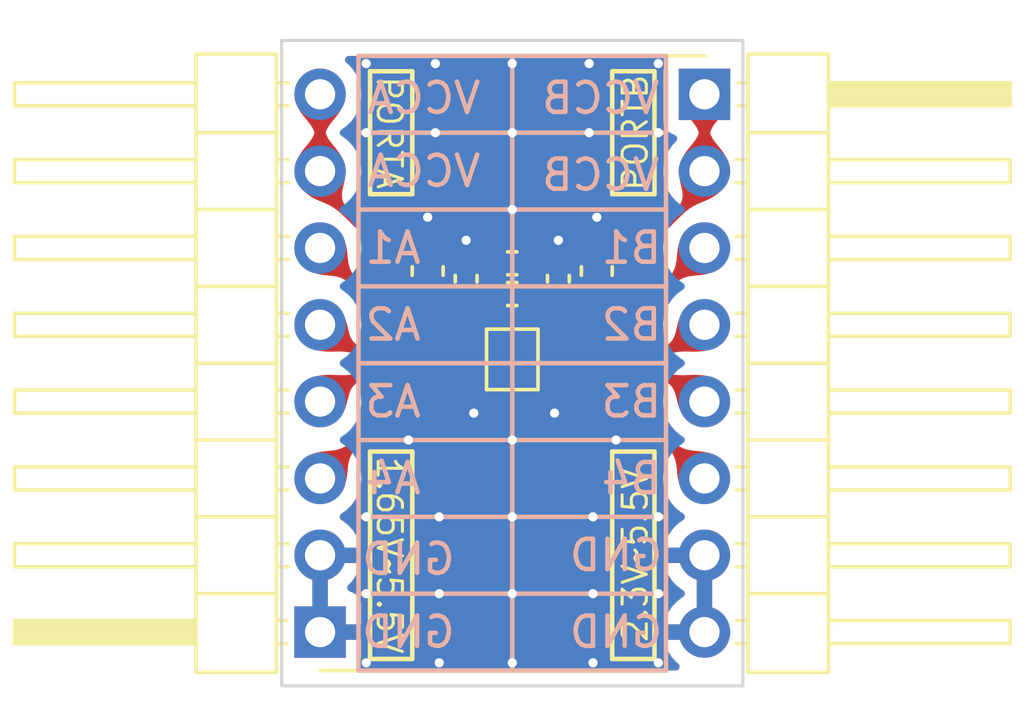
<source format=kicad_pcb>
(kicad_pcb (version 20211014) (generator pcbnew)
  (layers (0 "F.Cu" signal) (31 "B.Cu" signal) (34 "B.Paste" user) (35 "F.Paste" user) (36 "B.SilkS" user "B.Silkscreen") (37 "F.SilkS" user "F.Silkscreen") (38 "B.Mask" user) (39 "F.Mask" user) (44 "Edge.Cuts" user))
  (net 0 "")
  (net 1 "Net-(C1-Pad1)")
  (net 2 "GND")
  (net 3 "Net-(C3-Pad1)")
  (net 4 "Net-(J2-Pad3)")
  (net 5 "Net-(J2-Pad4)")
  (net 6 "Net-(J2-Pad5)")
  (net 7 "Net-(J2-Pad6)")
  (net 8 "Net-(R1-Pad2)")
  (net 9 "Net-(U1-Pad5)")
  (net 10 "Net-(U1-Pad4)")
  (net 11 "Net-(U1-Pad3)")
  (net 12 "Net-(U1-Pad2)")
  (footprint "Resistor_SMD:R_0402_1005Metric" (layer "F.Cu") (at 139.7 98.298 180)
    (fp_text reference "R2" hide)
    (fp_text value "NC")
    (fp_line (start -0.153641 0.38) (end 0.153641 0.38) (layer "F.SilkS") (width 0.12))
    (fp_line (start -0.153641 -0.38) (end 0.153641 -0.38) (layer "F.SilkS") (width 0.12))
    (pad "1" smd roundrect (at -0.51 0 180) (size 0.54 0.64) (layers "F.Cu" "F.Paste" "F.Mask") (net 8 "Net-(R1-Pad2)"))
    (pad "2" smd roundrect (at 0.51 0 180) (size 0.54 0.64) (layers "F.Cu" "F.Paste" "F.Mask") (net 2 "GND"))
  )
  (footprint "Capacitor_SMD:C_0603_1608Metric" (layer "F.Cu") (at 136.906 98.552 90)
    (fp_text reference "C1" hide)
    (fp_text value "1uF")
    (fp_line (start -0.14058 -0.51) (end 0.14058 -0.51) (layer "F.SilkS") (width 0.12))
    (fp_line (start -0.14058 0.51) (end 0.14058 0.51) (layer "F.SilkS") (width 0.12))
    (pad "1" smd roundrect (at -0.775 0 90) (size 0.9 0.95) (layers "F.Cu" "F.Paste" "F.Mask") (net 1 "Net-(C1-Pad1)"))
    (pad "2" smd roundrect (at 0.775 0 90) (size 0.9 0.95) (layers "F.Cu" "F.Paste" "F.Mask") (net 2 "GND"))
  )
  (footprint "Capacitor_SMD:C_0402_1005Metric" (layer "F.Cu") (at 138.176 98.806 90)
    (fp_text reference "C2" hide)
    (fp_text value "100nF")
    (fp_line (start -0.107836 0.36) (end 0.107836 0.36) (layer "F.SilkS") (width 0.12))
    (fp_line (start -0.107836 -0.36) (end 0.107836 -0.36) (layer "F.SilkS") (width 0.12))
    (pad "1" smd roundrect (at -0.48 0 90) (size 0.56 0.62) (layers "F.Cu" "F.Paste" "F.Mask") (net 1 "Net-(C1-Pad1)"))
    (pad "2" smd roundrect (at 0.48 0 90) (size 0.56 0.62) (layers "F.Cu" "F.Paste" "F.Mask") (net 2 "GND"))
  )
  (footprint "Connector_PinHeader_2.54mm:PinHeader_1x08_P2.54mm_Horizontal" (layer "F.Cu") (at 146.05 92.71)
    (fp_text reference "J2" hide)
    (fp_text value "PORTB")
    (fp_line (start 1.042929 15.62) (end 1.44 15.62) (layer "F.SilkS") (width 0.12))
    (fp_line (start 1.11 0.38) (end 1.44 0.38) (layer "F.SilkS") (width 0.12))
    (fp_line (start 10.1 12.32) (end 10.1 13.08) (layer "F.SilkS") (width 0.12))
    (fp_line (start 10.1 2.92) (end 4.1 2.92) (layer "F.SilkS") (width 0.12))
    (fp_line (start 10.1 15.62) (end 4.1 15.62) (layer "F.SilkS") (width 0.12))
    (fp_line (start 4.1 17.4) (end 10.1 17.4) (layer "F.SilkS") (width 0.12))
    (fp_line (start 10.1 17.4) (end 10.1 18.16) (layer "F.SilkS") (width 0.12))
    (fp_line (start 10.1 -0.38) (end 10.1 0.38) (layer "F.SilkS") (width 0.12))
    (fp_line (start 4.1 -0.38) (end 10.1 -0.38) (layer "F.SilkS") (width 0.12))
    (fp_line (start 10.1 7.24) (end 10.1 8) (layer "F.SilkS") (width 0.12))
    (fp_line (start 1.11 -0.38) (end 1.44 -0.38) (layer "F.SilkS") (width 0.12))
    (fp_line (start 4.1 -0.08) (end 10.1 -0.08) (layer "F.SilkS") (width 0.12))
    (fp_line (start 1.042929 12.32) (end 1.44 12.32) (layer "F.SilkS") (width 0.12))
    (fp_line (start 1.042929 14.86) (end 1.44 14.86) (layer "F.SilkS") (width 0.12))
    (fp_line (start 4.1 2.16) (end 10.1 2.16) (layer "F.SilkS") (width 0.12))
    (fp_line (start 1.44 1.27) (end 4.1 1.27) (layer "F.SilkS") (width 0.12))
    (fp_line (start 4.1 -0.2) (end 10.1 -0.2) (layer "F.SilkS") (width 0.12))
    (fp_line (start 1.042929 2.92) (end 1.44 2.92) (layer "F.SilkS") (width 0.12))
    (fp_line (start 10.1 18.16) (end 4.1 18.16) (layer "F.SilkS") (width 0.12))
    (fp_line (start 1.042929 4.7) (end 1.44 4.7) (layer "F.SilkS") (width 0.12))
    (fp_line (start 4.1 -0.32) (end 10.1 -0.32) (layer "F.SilkS") (width 0.12))
    (fp_line (start 1.44 8.89) (end 4.1 8.89) (layer "F.SilkS") (width 0.12))
    (fp_line (start 10.1 9.78) (end 10.1 10.54) (layer "F.SilkS") (width 0.12))
    (fp_line (start 10.1 13.08) (end 4.1 13.08) (layer "F.SilkS") (width 0.12))
    (fp_line (start 10.1 8) (end 4.1 8) (layer "F.SilkS") (width 0.12))
    (fp_line (start 4.1 0.16) (end 10.1 0.16) (layer "F.SilkS") (width 0.12))
    (fp_line (start 1.042929 9.78) (end 1.44 9.78) (layer "F.SilkS") (width 0.12))
    (fp_line (start 1.042929 5.46) (end 1.44 5.46) (layer "F.SilkS") (width 0.12))
    (fp_line (start 4.1 -1.33) (end 1.44 -1.33) (layer "F.SilkS") (width 0.12))
    (fp_line (start 1.042929 8) (end 1.44 8) (layer "F.SilkS") (width 0.12))
    (fp_line (start 1.042929 7.24) (end 1.44 7.24) (layer "F.SilkS") (width 0.12))
    (fp_line (start 1.042929 2.16) (end 1.44 2.16) (layer "F.SilkS") (width 0.12))
    (fp_line (start 1.042929 10.54) (end 1.44 10.54) (layer "F.SilkS") (width 0.12))
    (fp_line (start 4.1 9.78) (end 10.1 9.78) (layer "F.SilkS") (width 0.12))
    (fp_line (start 10.1 10.54) (end 4.1 10.54) (layer "F.SilkS") (width 0.12))
    (fp_line (start 1.042929 18.16) (end 1.44 18.16) (layer "F.SilkS") (width 0.12))
    (fp_line (start 1.44 3.81) (end 4.1 3.81) (layer "F.SilkS") (width 0.12))
    (fp_line (start 1.44 19.11) (end 4.1 19.11) (layer "F.SilkS") (width 0.12))
    (fp_line (start 4.1 14.86) (end 10.1 14.86) (layer "F.SilkS") (width 0.12))
    (fp_line (start 4.1 7.24) (end 10.1 7.24) (layer "F.SilkS") (width 0.12))
    (fp_line (start 10.1 0.38) (end 4.1 0.38) (layer "F.SilkS") (width 0.12))
    (fp_line (start 1.042929 17.4) (end 1.44 17.4) (layer "F.SilkS") (width 0.12))
    (fp_line (start 4.1 0.28) (end 10.1 0.28) (layer "F.SilkS") (width 0.12))
    (fp_line (start 1.44 -1.33) (end 1.44 19.11) (layer "F.SilkS") (width 0.12))
    (fp_line (start 10.1 2.16) (end 10.1 2.92) (layer "F.SilkS") (width 0.12))
    (fp_line (start 10.1 4.7) (end 10.1 5.46) (layer "F.SilkS") (width 0.12))
    (fp_line (start -1.27 0) (end -1.27 -1.27) (layer "F.SilkS") (width 0.12))
    (fp_line (start 4.1 12.32) (end 10.1 12.32) (layer "F.SilkS") (width 0.12))
    (fp_line (start 4.1 4.7) (end 10.1 4.7) (layer "F.SilkS") (width 0.12))
    (fp_line (start 10.1 5.46) (end 4.1 5.46) (layer "F.SilkS") (width 0.12))
    (fp_line (start 4.1 19.11) (end 4.1 -1.33) (layer "F.SilkS") (width 0.12))
    (fp_line (start 1.44 11.43) (end 4.1 11.43) (layer "F.SilkS") (width 0.12))
    (fp_line (start 1.44 16.51) (end 4.1 16.51) (layer "F.SilkS") (width 0.12))
    (fp_line (start 1.44 6.35) (end 4.1 6.35) (layer "F.SilkS") (width 0.12))
    (fp_line (start 10.1 14.86) (end 10.1 15.62) (layer "F.SilkS") (width 0.12))
    (fp_line (start 4.1 0.04) (end 10.1 0.04) (layer "F.SilkS") (width 0.12))
    (fp_line (start 1.042929 13.08) (end 1.44 13.08) (layer "F.SilkS") (width 0.12))
    (fp_line (start 1.44 13.97) (end 4.1 13.97) (layer "F.SilkS") (width 0.12))
    (fp_line (start -1.27 -1.27) (end 0 -1.27) (layer "F.SilkS") (width 0.12))
    (pad "1" thru_hole rect (at 0 0) (size 1.7 1.7) (drill 1) (layers *.Cu *.Mask) (net 3 "Net-(C3-Pad1)"))
    (pad "2" thru_hole oval (at 0 2.54) (size 1.7 1.7) (drill 1) (layers *.Cu *.Mask) (net 3 "Net-(C3-Pad1)"))
    (pad "3" thru_hole oval (at 0 5.08) (size 1.7 1.7) (drill 1) (layers *.Cu *.Mask) (net 4 "Net-(J2-Pad3)"))
    (pad "4" thru_hole oval (at 0 7.62) (size 1.7 1.7) (drill 1) (layers *.Cu *.Mask) (net 5 "Net-(J2-Pad4)"))
    (pad "5" thru_hole oval (at 0 10.16) (size 1.7 1.7) (drill 1) (layers *.Cu *.Mask) (net 6 "Net-(J2-Pad5)"))
    (pad "6" thru_hole oval (at 0 12.7) (size 1.7 1.7) (drill 1) (layers *.Cu *.Mask) (net 7 "Net-(J2-Pad6)"))
    (pad "7" thru_hole oval (at 0 15.24) (size 1.7 1.7) (drill 1) (layers *.Cu *.Mask) (net 2 "GND"))
    (pad "8" thru_hole oval (at 0 17.78) (size 1.7 1.7) (drill 1) (layers *.Cu *.Mask) (net 2 "GND"))
  )
  (footprint "convertor:QFN2x1.7-12L" (layer "F.Cu") (at 139.7 101.473)
    (fp_text reference "U1" hide)
    (fp_text value "RS0104YUTQH12")
    (fp_line (start 0.85 -1) (end 0.85 1) (layer "F.SilkS") (width 0.12))
    (fp_line (start -0.85 -1) (end 0.85 -1) (layer "F.SilkS") (width 0.12))
    (fp_line (start -0.85 1) (end 0.85 1) (layer "F.SilkS") (width 0.12))
    (fp_line (start -0.85 -1) (end -0.85 1) (layer "F.SilkS") (width 0.12))
    (pad "1" smd roundrect (at -0.85 -0.8) (size 0.825 0.25) (layers "F.Cu" "F.Paste" "F.Mask") (net 1 "Net-(C1-Pad1)"))
    (pad "2" smd roundrect (at -0.85 -0.4) (size 0.825 0.25) (layers "F.Cu" "F.Paste" "F.Mask") (net 12 "Net-(U1-Pad2)"))
    (pad "3" smd roundrect (at -0.85 0) (size 0.825 0.25) (layers "F.Cu" "F.Paste" "F.Mask") (net 11 "Net-(U1-Pad3)"))
    (pad "4" smd roundrect (at -0.85 0.4) (size 0.825 0.25) (layers "F.Cu" "F.Paste" "F.Mask") (net 10 "Net-(U1-Pad4)"))
    (pad "5" smd roundrect (at -0.85 0.8) (size 0.825 0.25) (layers "F.Cu" "F.Paste" "F.Mask") (net 9 "Net-(U1-Pad5)"))
    (pad "6" smd roundrect (at 0 1 90) (size 0.825 0.25) (layers "F.Cu" "F.Paste" "F.Mask") (net 2 "GND"))
    (pad "7" smd roundrect (at 0.85 0.8) (size 0.825 0.25) (layers "F.Cu" "F.Paste" "F.Mask") (net 7 "Net-(J2-Pad6)"))
    (pad "8" smd roundrect (at 0.85 0.4) (size 0.825 0.25) (layers "F.Cu" "F.Paste" "F.Mask") (net 6 "Net-(J2-Pad5)"))
    (pad "9" smd roundrect (at 0.85 0) (size 0.825 0.25) (layers "F.Cu" "F.Paste" "F.Mask") (net 5 "Net-(J2-Pad4)"))
    (pad "10" smd roundrect (at 0.85 -0.4) (size 0.825 0.25) (layers "F.Cu" "F.Paste" "F.Mask") (net 4 "Net-(J2-Pad3)"))
    (pad "11" smd roundrect (at 0.85 -0.8) (size 0.825 0.25) (layers "F.Cu" "F.Paste" "F.Mask") (net 3 "Net-(C3-Pad1)"))
    (pad "12" smd roundrect (at 0 -1 90) (size 0.825 0.25) (layers "F.Cu" "F.Paste" "F.Mask") (net 8 "Net-(R1-Pad2)"))
  )
  (footprint "Capacitor_SMD:C_0603_1608Metric" (layer "F.Cu") (at 142.494 98.552 90)
    (fp_text reference "C4" hide)
    (fp_text value "1uF")
    (fp_line (start -0.14058 0.51) (end 0.14058 0.51) (layer "F.SilkS") (width 0.12))
    (fp_line (start -0.14058 -0.51) (end 0.14058 -0.51) (layer "F.SilkS") (width 0.12))
    (pad "1" smd roundrect (at -0.775 0 90) (size 0.9 0.95) (layers "F.Cu" "F.Paste" "F.Mask") (net 3 "Net-(C3-Pad1)"))
    (pad "2" smd roundrect (at 0.775 0 90) (size 0.9 0.95) (layers "F.Cu" "F.Paste" "F.Mask") (net 2 "GND"))
  )
  (footprint "Resistor_SMD:R_0402_1005Metric" (layer "F.Cu") (at 139.7 99.314)
    (fp_text reference "R1" hide)
    (fp_text value "NC")
    (fp_line (start -0.153641 -0.38) (end 0.153641 -0.38) (layer "F.SilkS") (width 0.12))
    (fp_line (start -0.153641 0.38) (end 0.153641 0.38) (layer "F.SilkS") (width 0.12))
    (pad "1" smd roundrect (at -0.51 0) (size 0.54 0.64) (layers "F.Cu" "F.Paste" "F.Mask") (net 1 "Net-(C1-Pad1)"))
    (pad "2" smd roundrect (at 0.51 0) (size 0.54 0.64) (layers "F.Cu" "F.Paste" "F.Mask") (net 8 "Net-(R1-Pad2)"))
  )
  (footprint "Connector_PinHeader_2.54mm:PinHeader_1x08_P2.54mm_Horizontal" (layer "F.Cu") (at 133.35 110.49 180)
    (fp_text reference "J1" hide)
    (fp_text value "PORTA")
    (fp_line (start 1.44 16.51) (end 4.1 16.51) (layer "F.SilkS") (width 0.12))
    (fp_line (start 1.042929 8) (end 1.44 8) (layer "F.SilkS") (width 0.12))
    (fp_line (start 10.1 10.54) (end 4.1 10.54) (layer "F.SilkS") (width 0.12))
    (fp_line (start 10.1 -0.38) (end 10.1 0.38) (layer "F.SilkS") (width 0.12))
    (fp_line (start 4.1 -0.38) (end 10.1 -0.38) (layer "F.SilkS") (width 0.12))
    (fp_line (start 4.1 2.16) (end 10.1 2.16) (layer "F.SilkS") (width 0.12))
    (fp_line (start 10.1 2.16) (end 10.1 2.92) (layer "F.SilkS") (width 0.12))
    (fp_line (start 1.44 11.43) (end 4.1 11.43) (layer "F.SilkS") (width 0.12))
    (fp_line (start 10.1 15.62) (end 4.1 15.62) (layer "F.SilkS") (width 0.12))
    (fp_line (start 4.1 -0.32) (end 10.1 -0.32) (layer "F.SilkS") (width 0.12))
    (fp_line (start 10.1 8) (end 4.1 8) (layer "F.SilkS") (width 0.12))
    (fp_line (start 1.042929 9.78) (end 1.44 9.78) (layer "F.SilkS") (width 0.12))
    (fp_line (start 4.1 -0.08) (end 10.1 -0.08) (layer "F.SilkS") (width 0.12))
    (fp_line (start 4.1 9.78) (end 10.1 9.78) (layer "F.SilkS") (width 0.12))
    (fp_line (start 4.1 19.11) (end 4.1 -1.33) (layer "F.SilkS") (width 0.12))
    (fp_line (start 1.44 8.89) (end 4.1 8.89) (layer "F.SilkS") (width 0.12))
    (fp_line (start 4.1 -0.2) (end 10.1 -0.2) (layer "F.SilkS") (width 0.12))
    (fp_line (start 4.1 -1.33) (end 1.44 -1.33) (layer "F.SilkS") (width 0.12))
    (fp_line (start 4.1 12.32) (end 10.1 12.32) (layer "F.SilkS") (width 0.12))
    (fp_line (start 1.042929 13.08) (end 1.44 13.08) (layer "F.SilkS") (width 0.12))
    (fp_line (start 1.042929 12.32) (end 1.44 12.32) (layer "F.SilkS") (width 0.12))
    (fp_line (start 10.1 5.46) (end 4.1 5.46) (layer "F.SilkS") (width 0.12))
    (fp_line (start 1.44 1.27) (end 4.1 1.27) (layer "F.SilkS") (width 0.12))
    (fp_line (start -1.27 -1.27) (end 0 -1.27) (layer "F.SilkS") (width 0.12))
    (fp_line (start 4.1 0.16) (end 10.1 0.16) (layer "F.SilkS") (width 0.12))
    (fp_line (start 1.042929 2.16) (end 1.44 2.16) (layer "F.SilkS") (width 0.12))
    (fp_line (start 10.1 2.92) (end 4.1 2.92) (layer "F.SilkS") (width 0.12))
    (fp_line (start 1.44 19.11) (end 4.1 19.11) (layer "F.SilkS") (width 0.12))
    (fp_line (start 10.1 13.08) (end 4.1 13.08) (layer "F.SilkS") (width 0.12))
    (fp_line (start 1.042929 4.7) (end 1.44 4.7) (layer "F.SilkS") (width 0.12))
    (fp_line (start 1.042929 5.46) (end 1.44 5.46) (layer "F.SilkS") (width 0.12))
    (fp_line (start 1.44 13.97) (end 4.1 13.97) (layer "F.SilkS") (width 0.12))
    (fp_line (start 10.1 12.32) (end 10.1 13.08) (layer "F.SilkS") (width 0.12))
    (fp_line (start 4.1 7.24) (end 10.1 7.24) (layer "F.SilkS") (width 0.12))
    (fp_line (start -1.27 0) (end -1.27 -1.27) (layer "F.SilkS") (width 0.12))
    (fp_line (start 4.1 4.7) (end 10.1 4.7) (layer "F.SilkS") (width 0.12))
    (fp_line (start 1.042929 15.62) (end 1.44 15.62) (layer "F.SilkS") (width 0.12))
    (fp_line (start 1.44 6.35) (end 4.1 6.35) (layer "F.SilkS") (width 0.12))
    (fp_line (start 10.1 14.86) (end 10.1 15.62) (layer "F.SilkS") (width 0.12))
    (fp_line (start 1.042929 17.4) (end 1.44 17.4) (layer "F.SilkS") (width 0.12))
    (fp_line (start 1.042929 7.24) (end 1.44 7.24) (layer "F.SilkS") (width 0.12))
    (fp_line (start 1.042929 2.92) (end 1.44 2.92) (layer "F.SilkS") (width 0.12))
    (fp_line (start 1.44 3.81) (end 4.1 3.81) (layer "F.SilkS") (width 0.12))
    (fp_line (start 4.1 0.04) (end 10.1 0.04) (layer "F.SilkS") (width 0.12))
    (fp_line (start 10.1 9.78) (end 10.1 10.54) (layer "F.SilkS") (width 0.12))
    (fp_line (start 1.042929 14.86) (end 1.44 14.86) (layer "F.SilkS") (width 0.12))
    (fp_line (start 1.042929 10.54) (end 1.44 10.54) (layer "F.SilkS") (width 0.12))
    (fp_line (start 10.1 18.16) (end 4.1 18.16) (layer "F.SilkS") (width 0.12))
    (fp_line (start 4.1 14.86) (end 10.1 14.86) (layer "F.SilkS") (width 0.12))
    (fp_line (start 1.44 -1.33) (end 1.44 19.11) (layer "F.SilkS") (width 0.12))
    (fp_line (start 4.1 17.4) (end 10.1 17.4) (layer "F.SilkS") (width 0.12))
    (fp_line (start 1.042929 18.16) (end 1.44 18.16) (layer "F.SilkS") (width 0.12))
    (fp_line (start 10.1 0.38) (end 4.1 0.38) (layer "F.SilkS") (width 0.12))
    (fp_line (start 10.1 4.7) (end 10.1 5.46) (layer "F.SilkS") (width 0.12))
    (fp_line (start 1.11 0.38) (end 1.44 0.38) (layer "F.SilkS") (width 0.12))
    (fp_line (start 4.1 0.28) (end 10.1 0.28) (layer "F.SilkS") (width 0.12))
    (fp_line (start 1.11 -0.38) (end 1.44 -0.38) (layer "F.SilkS") (width 0.12))
    (fp_line (start 10.1 17.4) (end 10.1 18.16) (layer "F.SilkS") (width 0.12))
    (fp_line (start 10.1 7.24) (end 10.1 8) (layer "F.SilkS") (width 0.12))
    (pad "1" thru_hole rect (at 0 0 180) (size 1.7 1.7) (drill 1) (layers *.Cu *.Mask) (net 2 "GND"))
    (pad "2" thru_hole oval (at 0 2.54 180) (size 1.7 1.7) (drill 1) (layers *.Cu *.Mask) (net 2 "GND"))
    (pad "3" thru_hole oval (at 0 5.08 180) (size 1.7 1.7) (drill 1) (layers *.Cu *.Mask) (net 9 "Net-(U1-Pad5)"))
    (pad "4" thru_hole oval (at 0 7.62 180) (size 1.7 1.7) (drill 1) (layers *.Cu *.Mask) (net 10 "Net-(U1-Pad4)"))
    (pad "5" thru_hole oval (at 0 10.16 180) (size 1.7 1.7) (drill 1) (layers *.Cu *.Mask) (net 11 "Net-(U1-Pad3)"))
    (pad "6" thru_hole oval (at 0 12.7 180) (size 1.7 1.7) (drill 1) (layers *.Cu *.Mask) (net 12 "Net-(U1-Pad2)"))
    (pad "7" thru_hole oval (at 0 15.24 180) (size 1.7 1.7) (drill 1) (layers *.Cu *.Mask) (net 1 "Net-(C1-Pad1)"))
    (pad "8" thru_hole oval (at 0 17.78 180) (size 1.7 1.7) (drill 1) (layers *.Cu *.Mask) (net 1 "Net-(C1-Pad1)"))
  )
  (footprint "Capacitor_SMD:C_0402_1005Metric" (layer "F.Cu") (at 141.224 98.806 90)
    (fp_text reference "C3" hide)
    (fp_text value "100nF")
    (fp_line (start -0.107836 -0.36) (end 0.107836 -0.36) (layer "F.SilkS") (width 0.12))
    (fp_line (start -0.107836 0.36) (end 0.107836 0.36) (layer "F.SilkS") (width 0.12))
    (pad "1" smd roundrect (at -0.48 0 90) (size 0.56 0.62) (layers "F.Cu" "F.Paste" "F.Mask") (net 3 "Net-(C3-Pad1)"))
    (pad "2" smd roundrect (at 0.48 0 90) (size 0.56 0.62) (layers "F.Cu" "F.Paste" "F.Mask") (net 2 "GND"))
  )
  (gr_line (start 134.62 99.06) (end 144.78 99.06) (layer "B.SilkS") (width 0.15))
  (gr_line (start 134.62 96.52) (end 144.78 96.52) (layer "B.SilkS") (width 0.15))
  (gr_line (start 134.62 93.98) (end 144.78 93.98) (layer "B.SilkS") (width 0.15))
  (gr_line (start 134.62 106.68) (end 144.78 106.68) (layer "B.SilkS") (width 0.15))
  (gr_line (start 144.78 111.76) (end 144.78 91.44) (layer "B.SilkS") (width 0.15))
  (gr_line (start 139.7 91.44) (end 139.7 111.76) (layer "B.SilkS") (width 0.15))
  (gr_line (start 134.62 101.6) (end 144.78 101.6) (layer "B.SilkS") (width 0.15))
  (gr_line (start 134.62 91.44) (end 144.78 91.44) (layer "B.SilkS") (width 0.15))
  (gr_line (start 134.62 109.22) (end 144.78 109.22) (layer "B.SilkS") (width 0.15))
  (gr_line (start 134.62 111.76) (end 134.62 91.44) (layer "B.SilkS") (width 0.15))
  (gr_line (start 134.62 111.76) (end 144.78 111.76) (layer "B.SilkS") (width 0.15))
  (gr_line (start 134.62 104.14) (end 144.78 104.14) (layer "B.SilkS") (width 0.15))
  (gr_line (start 136.398 91.948) (end 136.398 96.012) (layer "F.SilkS") (width 0.15))
  (gr_line (start 143.002 104.521) (end 144.399 104.521) (layer "F.SilkS") (width 0.15))
  (gr_line (start 144.399 96.012) (end 143.002 96.012) (layer "F.SilkS") (width 0.15))
  (gr_line (start 143.002 96.012) (end 143.002 91.948) (layer "F.SilkS") (width 0.15))
  (gr_line (start 144.399 111.379) (end 144.399 104.521) (layer "F.SilkS") (width 0.15))
  (gr_line (start 135.001 104.521) (end 136.398 104.521) (layer "F.SilkS") (width 0.15))
  (gr_line (start 136.398 96.012) (end 135.001 96.012) (layer "F.SilkS") (width 0.15))
  (gr_line (start 136.398 111.379) (end 136.398 104.521) (layer "F.SilkS") (width 0.15))
  (gr_line (start 135.001 91.948) (end 136.398 91.948) (layer "F.SilkS") (width 0.15))
  (gr_line (start 144.399 111.379) (end 143.002 111.379) (layer "F.SilkS") (width 0.15))
  (gr_line (start 136.398 111.379) (end 135.001 111.379) (layer "F.SilkS") (width 0.15))
  (gr_line (start 135.001 96.012) (end 135.001 91.948) (layer "F.SilkS") (width 0.15))
  (gr_line (start 144.399 91.948) (end 144.399 96.012) (layer "F.SilkS") (width 0.15))
  (gr_line (start 143.002 104.521) (end 143.002 111.379) (layer "F.SilkS") (width 0.15))
  (gr_line (start 143.002 91.948) (end 144.399 91.948) (layer "F.SilkS") (width 0.15))
  (gr_line (start 135.001 104.521) (end 135.001 111.379) (layer "F.SilkS") (width 0.15))
  (gr_line (start 147.32 112.268) (end 132.08 112.268) (layer "Edge.Cuts") (width 0.1))
  (gr_line (start 147.32 90.932) (end 147.32 112.268) (layer "Edge.Cuts") (width 0.1))
  (gr_line (start 132.08 112.268) (end 132.08 90.932) (layer "Edge.Cuts") (width 0.1))
  (gr_line (start 132.08 90.932) (end 147.32 90.932) (layer "Edge.Cuts") (width 0.1))
  (gr_text "B3" (at 143.637 102.87) (layer "B.SilkS") (effects (font (size 1 1)) (justify mirror)))
  (gr_text "GND" (at 143.129 110.49) (layer "B.SilkS") (effects (font (size 1 1)) (justify mirror)))
  (gr_text "B2" (at 143.637 100.33) (layer "B.SilkS") (effects (font (size 1 1)) (justify mirror)))
  (gr_text "GND" (at 136.271 110.49) (layer "B.SilkS") (effects (font (size 1 1)) (justify mirror)))
  (gr_text "GND" (at 136.271 108.077) (layer "B.SilkS") (effects (font (size 1 1)) (justify mirror)))
  (gr_text "A2" (at 135.763 100.33) (layer "B.SilkS") (effects (font (size 1 1)) (justify mirror)))
  (gr_text "VCCA" (at 136.779 95.25) (layer "B.SilkS") (effects (font (size 1 1)) (justify mirror)))
  (gr_text "VCCB" (at 142.621 95.377) (layer "B.SilkS") (effects (font (size 1 1)) (justify mirror)))
  (gr_text "A3" (at 135.763 102.87) (layer "B.SilkS") (effects (font (size 1 1)) (justify mirror)))
  (gr_text "B4" (at 143.637 105.41) (layer "B.SilkS") (effects (font (size 1 1)) (justify mirror)))
  (gr_text "VCCB" (at 142.621 92.837) (layer "B.SilkS") (effects (font (size 1 1)) (justify mirror)))
  (gr_text "GND" (at 143.129 107.95) (layer "B.SilkS") (effects (font (size 1 1)) (justify mirror)))
  (gr_text "A4" (at 135.763 105.41) (layer "B.SilkS") (effects (font (size 1 1)) (justify mirror)))
  (gr_text "VCCA" (at 136.779 92.837) (layer "B.SilkS") (effects (font (size 1 1)) (justify mirror)))
  (gr_text "B1" (at 143.637 97.79) (layer "B.SilkS") (effects (font (size 1 1)) (justify mirror)))
  (gr_text "A1" (at 135.763 97.79) (layer "B.SilkS") (effects (font (size 1 1)) (justify mirror)))
  (gr_text "PORTB" (at 143.764 93.98 90) (layer "F.SilkS") (effects (font (size 0.8 0.8) (thickness 0.1))))
  (gr_text "1.65V~5.5V" (at 135.636 107.95 270) (layer "F.SilkS") (effects (font (size 0.8 0.8) (thickness 0.1))))
  (gr_text "2.3V~5.5V" (at 143.764 107.95 90) (layer "F.SilkS") (effects (font (size 0.8 0.8) (thickness 0.1))))
  (gr_text "PORTA" (at 135.636 93.98 270) (layer "F.SilkS") (effects (font (size 0.8 0.8) (thickness 0.1))))
  (segment (start 139.162 99.286) (end 139.19 99.314) (width 0.254) (layer "F.Cu") (net 1))
  (segment (start 138.85 100.673) (end 138.517865 100.673) (width 0.254) (layer "F.Cu") (net 1))
  (segment (start 136.919 99.314) (end 136.906 99.327) (width 0.254) (layer "F.Cu") (net 1))
  (segment (start 133.35 95.25) (end 133.35 92.71) (width 0.254) (layer "F.Cu") (net 1))
  (segment (start 133.35 95.771) (end 133.35 95.25) (width 0.254) (layer "F.Cu") (net 1))
  (segment (start 138.176 100.277395) (end 138.176 99.286) (width 0.254) (layer "F.Cu") (net 1))
  (segment (start 138.135 99.327) (end 138.176 99.286) (width 0.254) (layer "F.Cu") (net 1))
  (segment (start 136.906 99.327) (end 133.35 95.771) (width 0.254) (layer "F.Cu") (net 1))
  (segment (start 139.19 99.314) (end 136.919 99.314) (width 0.254) (layer "F.Cu") (net 1))
  (arc (start 138.517865 100.673) (mid 138.401581 100.64987) (end 138.303 100.584) (width 0.254) (layer "F.Cu") (net 1))
  (arc (start 138.303 100.584) (mid 138.209006 100.443329) (end 138.176 100.277395) (width 0.254) (layer "F.Cu") (net 1))
  (via (at 141.224 97.536) (size 0.508) (drill 0.3048) (layers "F.Cu" "B.Cu") (net 2))
  (via (at 136.271 104.14) (size 0.508) (drill 0.3048) (layers "F.Cu" "B.Cu") (net 2))
  (via (at 137.287 109.22) (size 0.508) (drill 0.3048) (layers "F.Cu" "B.Cu") (net 2))
  (via (at 137.287 111.506) (size 0.508) (drill 0.3048) (layers "F.Cu" "B.Cu") (net 2))
  (via (at 142.367 109.22) (size 0.508) (drill 0.3048) (layers "F.Cu" "B.Cu") (net 2))
  (via (at 142.24 91.694) (size 0.508) (drill 0.3048) (layers "F.Cu" "B.Cu") (net 2))
  (via (at 144.526 93.98) (size 0.508) (drill 0.3048) (layers "F.Cu" "B.Cu") (net 2))
  (via (at 137.287 106.68) (size 0.508) (drill 0.3048) (layers "F.Cu" "B.Cu") (net 2))
  (via (at 141.097 103.251) (size 0.508) (drill 0.3048) (layers "F.Cu" "B.Cu") (net 2))
  (via (at 137.16 93.98) (size 0.508) (drill 0.3048) (layers "F.Cu" "B.Cu") (net 2))
  (via (at 142.24 93.98) (size 0.508) (drill 0.3048) (layers "F.Cu" "B.Cu") (net 2))
  (via (at 134.874 109.22) (size 0.508) (drill 0.3048) (layers "F.Cu" "B.Cu") (net 2))
  (via (at 142.367 111.506) (size 0.508) (drill 0.3048) (layers "F.Cu" "B.Cu") (net 2))
  (via (at 139.7 109.22) (size 0.508) (drill 0.3048) (layers "F.Cu" "B.Cu") (net 2))
  (via (at 134.874 111.506) (size 0.508) (drill 0.3048) (layers "F.Cu" "B.Cu") (net 2))
  (via (at 136.906 96.774) (size 0.508) (drill 0.3048) (layers "F.Cu" "B.Cu") (net 2))
  (via (at 139.7 104.14) (size 0.508) (drill 0.3048) (layers "F.Cu" "B.Cu") (net 2))
  (via (at 134.874 93.98) (size 0.508) (drill 0.3048) (layers "F.Cu" "B.Cu") (net 2))
  (via (at 138.43 103.251) (size 0.508) (drill 0.3048) (layers "F.Cu" "B.Cu") (net 2))
  (via (at 144.526 91.694) (size 0.508) (drill 0.3048) (layers "F.Cu" "B.Cu") (net 2))
  (via (at 134.874 91.694) (size 0.508) (drill 0.3048) (layers "F.Cu" "B.Cu") (net 2))
  (via (at 134.874 106.68) (size 0.508) (drill 0.3048) (layers "F.Cu" "B.Cu") (net 2))
  (via (at 139.7 91.694) (size 0.508) (drill 0.3048) (layers "F.Cu" "B.Cu") (net 2))
  (via (at 139.7 96.52) (size 0.508) (drill 0.3048) (layers "F.Cu" "B.Cu") (net 2))
  (via (at 144.526 106.68) (size 0.508) (drill 0.3048) (layers "F.Cu" "B.Cu") (net 2))
  (via (at 144.526 109.22) (size 0.508) (drill 0.3048) (layers "F.Cu" "B.Cu") (net 2))
  (via (at 142.494 96.774) (size 0.508) (drill 0.3048) (layers "F.Cu" "B.Cu") (net 2))
  (via (at 138.176 97.536) (size 0.508) (drill 0.3048) (layers "F.Cu" "B.Cu") (net 2))
  (via (at 144.526 111.506) (size 0.508) (drill 0.3048) (layers "F.Cu" "B.Cu") (net 2))
  (via (at 139.7 111.506) (size 0.508) (drill 0.3048) (layers "F.Cu" "B.Cu") (net 2))
  (via (at 143.129 104.14) (size 0.508) (drill 0.3048) (layers "F.Cu" "B.Cu") (net 2))
  (via (at 137.16 91.694) (size 0.508) (drill 0.3048) (layers "F.Cu" "B.Cu") (net 2))
  (via (at 142.367 106.68) (size 0.508) (drill 0.3048) (layers "F.Cu" "B.Cu") (net 2))
  (via (at 139.7 93.98) (size 0.508) (drill 0.3048) (layers "F.Cu" "B.Cu") (net 2))
  (via (at 139.7 106.68) (size 0.508) (drill 0.3048) (layers "F.Cu" "B.Cu") (net 2))
  (segment (start 141.224 100.277395) (end 141.224 99.286) (width 0.254) (layer "F.Cu") (net 3))
  (segment (start 140.55 100.673) (end 140.882135 100.673) (width 0.254) (layer "F.Cu") (net 3))
  (segment (start 142.494 99.327) (end 146.05 95.771) (width 0.254) (layer "F.Cu") (net 3))
  (segment (start 141.224 99.286) (end 142.453 99.286) (width 0.254) (layer "F.Cu") (net 3))
  (segment (start 146.05 95.771) (end 146.05 95.25) (width 0.254) (layer "F.Cu") (net 3))
  (segment (start 142.453 99.286) (end 142.494 99.327) (width 0.254) (layer "F.Cu") (net 3))
  (segment (start 146.05 95.25) (end 146.05 92.71) (width 0.254) (layer "F.Cu") (net 3))
  (arc (start 140.882135 100.673) (mid 140.998419 100.649869) (end 141.097 100.584) (width 0.254) (layer "F.Cu") (net 3))
  (arc (start 141.097 100.584) (mid 141.190994 100.443328) (end 141.224 100.277395) (width 0.254) (layer "F.Cu") (net 3))
  (segment (start 143.602093 100.237907) (end 146.05 97.79) (width 0.254) (layer "F.Cu") (net 4))
  (segment (start 140.55 101.073) (end 141.586 101.073) (width 0.254) (layer "F.Cu") (net 4))
  (arc (start 141.586 101.073) (mid 142.677102 100.855966) (end 143.602093 100.237907) (width 0.254) (layer "F.Cu") (net 4))
  (segment (start 140.55 101.473) (end 143.290554 101.473) (width 0.254) (layer "F.Cu") (net 5))
  (arc (start 143.290554 101.473) (mid 144.783955 101.175944) (end 146.05 100.33) (width 0.254) (layer "F.Cu") (net 5))
  (segment (start 140.55 101.873) (end 143.64303 101.873) (width 0.254) (layer "F.Cu") (net 6))
  (arc (start 143.64303 101.873) (mid 144.945672 102.132112) (end 146.05 102.87) (width 0.254) (layer "F.Cu") (net 6))
  (segment (start 140.55 102.273) (end 141.799307 102.273) (width 0.254) (layer "F.Cu") (net 7))
  (segment (start 143.7005 103.0605) (end 146.05 105.41) (width 0.254) (layer "F.Cu") (net 7))
  (arc (start 141.799307 102.273) (mid 142.828225 102.477665) (end 143.7005 103.0605) (width 0.254) (layer "F.Cu") (net 7))
  (segment (start 140.21 99.314) (end 140.21 98.298) (width 0.254) (layer "F.Cu") (net 8))
  (segment (start 139.878191 99.645809) (end 140.21 99.314) (width 0.254) (layer "F.Cu") (net 8))
  (segment (start 139.7 100.473) (end 139.7 100.076) (width 0.254) (layer "F.Cu") (net 8))
  (arc (start 139.7 100.076) (mid 139.74631 99.843182) (end 139.878191 99.645809) (width 0.254) (layer "F.Cu") (net 8))
  (segment (start 138.85 102.273) (end 137.331285 102.273) (width 0.254) (layer "F.Cu") (net 9))
  (segment (start 135.89 102.87) (end 133.35 105.41) (width 0.254) (layer "F.Cu") (net 9))
  (arc (start 137.331285 102.273) (mid 136.551267 102.428155) (end 135.89 102.87) (width 0.254) (layer "F.Cu") (net 9))
  (segment (start 138.85 101.873) (end 135.75697 101.873) (width 0.254) (layer "F.Cu") (net 10))
  (arc (start 135.75697 101.873) (mid 134.454327 102.132112) (end 133.35 102.87) (width 0.254) (layer "F.Cu") (net 10))
  (segment (start 138.85 101.473) (end 136.109446 101.473) (width 0.254) (layer "F.Cu") (net 11))
  (arc (start 136.109446 101.473) (mid 134.616045 101.175944) (end 133.35 100.33) (width 0.254) (layer "F.Cu") (net 11))
  (segment (start 138.85 101.073) (end 137.144945 101.073) (width 0.254) (layer "F.Cu") (net 12))
  (segment (start 136.271 100.711) (end 133.35 97.79) (width 0.254) (layer "F.Cu") (net 12))
  (arc (start 137.144945 101.073) (mid 136.671969 100.978919) (end 136.271 100.711) (width 0.254) (layer "F.Cu") (net 12))
  (zone (net 1) (net_name "Net-(C1-Pad1)") (layer "F.Cu") (name "B.GND") (priority 16962) (connect_pads yes (clearance 0)) (min_thickness 0.0254) (fill yes (thermal_gap 0.508) (thermal_bridge_width 0.508))
    (polygon (pts (xy 137.809 99.187) (xy 137.703734 99.183083) (xy 137.615791 99.171873) (xy 137.54146 99.154176) (xy 137.477027 99.130801) (xy 137.418783 99.102555) (xy 137.363013 99.070246) (xy 137.306007 99.034683) (xy 137.244053 98.996672) (xy 137.173438 98.957021) (xy 137.090451 98.91654) (xy 136.681093 99.333454) (xy 137.113687 99.726206) (xy 137.192729 99.681948) (xy 137.260099 99.639226) (xy 137.319381 99.598775) (xy 137.374161 99.561331) (xy 137.428022 99.527628) (xy 137.484548 99.498404) (xy 137.547325 99.474393) (xy 137.619936 99.456332) (xy 137.705966 99.444955) (xy 137.809 99.441)))
  )
  (zone (net 5) (net_name "Net-(J2-Pad4)") (layer "F.Cu") (name "B.GND") (priority 16962) (connect_pads yes (clearance 0)) (min_thickness 0.0254) (fill yes (thermal_gap 0.508) (thermal_bridge_width 0.508))
    (polygon (pts (xy 144.671396 101.356027) (xy 144.877422 101.288879) (xy 145.054437 101.246431) (xy 145.209221 101.223368) (xy 145.348559 101.21438) (xy 145.479233 101.214152) (xy 145.608024 101.217372) (xy 145.741717 101.218729) (xy 145.887092 101.212908) (xy 146.050934 101.194598) (xy 146.240024 101.158486) (xy 146.381404 100.063925) (xy 145.282153 99.965432) (xy 145.217761 100.121902) (xy 145.172444 100.269219) (xy 145.138598 100.407378) (xy 145.108624 100.536369) (xy 145.074917 100.656186) (xy 145.029878 100.766822) (xy 144.965904 100.868269) (xy 144.875394 100.96052) (xy 144.750745 101.043569) (xy 144.584356 101.117407)))
  )
  (zone (net 1) (net_name "Net-(C1-Pad1)") (layer "F.Cu") (name "B.GND") (priority 16962) (connect_pads yes (clearance 0)) (min_thickness 0.0254) (fill yes (thermal_gap 0.508) (thermal_bridge_width 0.508))
    (polygon (pts (xy 138.66 99.441) (xy 138.719363 99.442203) (xy 138.770107 99.445794) (xy 138.813952 99.451744) (xy 138.85262 99.460023) (xy 138.887832 99.470603) (xy 138.921311 99.483455) (xy 138.954776 99.498549) (xy 138.98995 99.515858) (xy 139.028554 99.535351) (xy 139.07231 99.557) (xy 139.325 99.314) (xy 139.07231 99.071) (xy 139.028554 99.092648) (xy 138.98995 99.112141) (xy 138.954776 99.12945) (xy 138.921311 99.144544) (xy 138.887832 99.157396) (xy 138.85262 99.167976) (xy 138.813952 99.176255) (xy 138.770107 99.182205) (xy 138.719363 99.185796) (xy 138.66 99.187)))
  )
  (zone (net 3) (net_name "Net-(C3-Pad1)") (layer "F.Cu") (name "B.GND") (priority 16962) (connect_pads yes (clearance 0)) (min_thickness 0.0254) (fill yes (thermal_gap 0.508) (thermal_bridge_width 0.508))
    (polygon (pts (xy 141.593 99.413) (xy 141.693493 99.416997) (xy 141.777364 99.428543) (xy 141.848045 99.44697) (xy 141.908971 99.471612) (xy 141.963576 99.5018) (xy 142.015295 99.536868) (xy 142.067561 99.576147) (xy 142.123809 99.61897) (xy 142.187474 99.664669) (xy 142.261989 99.712578) (xy 142.718075 99.34737) (xy 142.335323 98.905905) (xy 142.248379 98.941911) (xy 142.174488 98.977927) (xy 142.109815 99.013057) (xy 142.050523 99.046407) (xy 141.992778 99.077081) (xy 141.932743 99.104185) (xy 141.866584 99.126824) (xy 141.790464 99.144103) (xy 141.700548 99.155126) (xy 141.593 99.159)))
  )
  (zone (net 1) (net_name "Net-(C1-Pad1)") (layer "F.Cu") (name "B.GND") (priority 16962) (connect_pads yes (clearance 0)) (min_thickness 0.0254) (fill yes (thermal_gap 0.508) (thermal_bridge_width 0.508))
    (polygon (pts (xy 134.323685 96.56508) (xy 134.213071 96.440094) (xy 134.137931 96.323376) (xy 134.093102 96.21208) (xy 134.073426 96.103357) (xy 134.073742 95.994359) (xy 134.088891 95.882239) (xy 134.113712 95.76415) (xy 134.143045 95.637243) (xy 134.17173 95.49867) (xy 134.194608 95.345586) (xy 133.208936 94.849094) (xy 132.751346 95.853417) (xy 132.90041 95.987447) (xy 133.038946 96.087295) (xy 133.170085 96.162037) (xy 133.296961 96.220749) (xy 133.422704 96.272509) (xy 133.550448 96.326392) (xy 133.683325 96.391474) (xy 133.824468 96.476833) (xy 133.977009 96.591544) (xy 134.14408 96.744685)))
  )
  (zone (net 6) (net_name "Net-(J2-Pad5)") (layer "F.Cu") (name "B.GND") (priority 16962) (connect_pads yes (clearance 0)) (min_thickness 0.0254) (fill yes (thermal_gap 0.508) (thermal_bridge_width 0.508))
    (polygon (pts (xy 144.567452 102.133097) (xy 144.735245 102.19558) (xy 144.86183 102.270401) (xy 144.954682 102.357006) (xy 145.021276 102.454843) (xy 145.069087 102.563358) (xy 145.105593 102.681999) (xy 145.138268 102.810214) (xy 145.174587 102.947448) (xy 145.222027 103.093149) (xy 145.288064 103.246765) (xy 146.385604 103.130757) (xy 146.22679 102.038589) (xy 146.035753 102.004924) (xy 145.870833 101.988473) (xy 145.724925 101.984343) (xy 145.590924 101.987641) (xy 145.461726 101.993473) (xy 145.330225 101.996948) (xy 145.189318 101.993173) (xy 145.031899 101.977254) (xy 144.850863 101.944299) (xy 144.639106 101.889415)))
  )
  (zone (net 3) (net_name "Net-(C3-Pad1)") (layer "F.Cu") (name "B.GND") (priority 16962) (connect_pads yes (clearance 0)) (min_thickness 0.0254) (fill yes (thermal_gap 0.508) (thermal_bridge_width 0.508))
    (polygon (pts (xy 143.033521 98.607874) (xy 142.958265 98.677474) (xy 142.889742 98.7298) (xy 142.82597 98.76798) (xy 142.764971 98.795141) (xy 142.704764 98.814413) (xy 142.643369 98.828924) (xy 142.578807 98.841802) (xy 142.509099 98.856175) (xy 142.432263 98.875173) (xy 142.346322 98.901923) (xy 142.334901 99.486099) (xy 142.919077 99.474678) (xy 142.945826 99.388736) (xy 142.964824 99.3119) (xy 142.979197 99.242192) (xy 142.992075 99.17763) (xy 143.006586 99.116235) (xy 143.025858 99.056028) (xy 143.053019 98.995029) (xy 143.091199 98.931257) (xy 143.143525 98.862734) (xy 143.213126 98.787479)))
  )
  (zone (net 7) (net_name "Net-(J2-Pad6)") (layer "F.Cu") (name "B.GND") (priority 16962) (connect_pads yes (clearance 0)) (min_thickness 0.0254) (fill yes (thermal_gap 0.508) (thermal_bridge_width 0.508))
    (polygon (pts (xy 144.765188 104.304793) (xy 144.898869 104.452974) (xy 144.993913 104.589085) (xy 145.057684 104.716838) (xy 145.097548 104.839945) (xy 145.120867 104.96212) (xy 145.135008 105.087074) (xy 145.147335 105.218522) (xy 145.165212 105.360175) (xy 145.196004 105.515746) (xy 145.247076 105.688949) (xy 146.35052 105.71052) (xy 146.328949 104.607076) (xy 146.155746 104.556004) (xy 146.000175 104.525212) (xy 145.858522 104.507335) (xy 145.727074 104.495008) (xy 145.60212 104.480867) (xy 145.479945 104.457548) (xy 145.356838 104.417684) (xy 145.229085 104.353913) (xy 145.092974 104.258869) (xy 144.944793 104.125188)))
  )
  (zone (net 2) (net_name "GND") (layer "F.Cu") (name "F.GND") (connect_pads thru_hole_only (clearance 0.508)) (min_thickness 0.254) (fill yes (thermal_gap 0.508) (thermal_bridge_width 0.508))
    (polygon (pts (xy 147.32 112.268) (xy 132.08 112.268) (xy 132.08 90.932) (xy 147.32 90.932)))
  )
  (zone (net 1) (net_name "Net-(C1-Pad1)") (layer "F.Cu") (name "B.GND") (priority 16962) (connect_pads yes (clearance 0)) (min_thickness 0.0254) (fill yes (thermal_gap 0.508) (thermal_bridge_width 0.508))
    (polygon (pts (xy 136.186874 98.787479) (xy 136.256474 98.862734) (xy 136.3088 98.931257) (xy 136.34698 98.995029) (xy 136.374141 99.056028) (xy 136.393413 99.116235) (xy 136.407924 99.17763) (xy 136.420802 99.242192) (xy 136.435175 99.3119) (xy 136.454173 99.388736) (xy 136.480923 99.474678) (xy 137.065099 99.486099) (xy 137.053678 98.901923) (xy 136.967736 98.875173) (xy 136.8909 98.856175) (xy 136.821192 98.841802) (xy 136.75663 98.828924) (xy 136.695235 98.814413) (xy 136.635028 98.795141) (xy 136.574029 98.76798) (xy 136.510257 98.7298) (xy 136.441734 98.677474) (xy 136.366479 98.607874)))
  )
  (zone (net 1) (net_name "Net-(C1-Pad1)") (layer "F.Cu") (name "B.GND") (priority 16962) (connect_pads yes (clearance 0)) (min_thickness 0.0254) (fill yes (thermal_gap 0.508) (thermal_bridge_width 0.508))
    (polygon (pts (xy 133.223 93.56) (xy 133.212746 93.759307) (xy 133.183708 93.922758) (xy 133.138466 94.058186) (xy 133.079604 94.173424) (xy 133.009703 94.276304) (xy 132.931346 94.37466) (xy 132.847114 94.476324) (xy 132.759592 94.589129) (xy 132.671359 94.720908) (xy 132.585 94.879494) (xy 133.35 95.675) (xy 134.115 94.879494) (xy 134.02864 94.720908) (xy 133.940407 94.589129) (xy 133.852885 94.476324) (xy 133.768653 94.37466) (xy 133.690296 94.276304) (xy 133.620395 94.173424) (xy 133.561533 94.058186) (xy 133.516291 93.922758) (xy 133.487253 93.759307) (xy 133.477 93.56)))
  )
  (zone (net 3) (net_name "Net-(C3-Pad1)") (layer "F.Cu") (name "B.GND") (priority 16962) (connect_pads yes (clearance 0)) (min_thickness 0.0254) (fill yes (thermal_gap 0.508) (thermal_bridge_width 0.508))
    (polygon (pts (xy 146.177 94.4) (xy 146.187253 94.200692) (xy 146.216291 94.037241) (xy 146.261533 93.901813) (xy 146.320395 93.786575) (xy 146.390296 93.683695) (xy 146.468653 93.585339) (xy 146.552885 93.483675) (xy 146.640407 93.37087) (xy 146.72864 93.239091) (xy 146.815 93.080506) (xy 146.05 92.285) (xy 145.285 93.080506) (xy 145.371359 93.239091) (xy 145.459592 93.37087) (xy 145.547114 93.483675) (xy 145.631346 93.585339) (xy 145.709703 93.683695) (xy 145.779604 93.786575) (xy 145.838466 93.901813) (xy 145.883708 94.037241) (xy 145.912746 94.200692) (xy 145.923 94.4)))
  )
  (zone (net 8) (net_name "Net-(R1-Pad2)") (layer "F.Cu") (name "B.GND") (priority 16962) (connect_pads yes (clearance 0)) (min_thickness 0.0254) (fill yes (thermal_gap 0.508) (thermal_bridge_width 0.508))
    (polygon (pts (xy 140.083 98.784) (xy 140.081796 98.843363) (xy 140.078205 98.894107) (xy 140.072255 98.937952) (xy 140.063976 98.97662) (xy 140.053396 99.011832) (xy 140.040544 99.045311) (xy 140.02545 99.078776) (xy 140.008141 99.11395) (xy 139.988648 99.152554) (xy 139.967 99.19631) (xy 140.21 99.449) (xy 140.453 99.19631) (xy 140.431351 99.152554) (xy 140.411858 99.11395) (xy 140.394549 99.078776) (xy 140.379455 99.045311) (xy 140.366603 99.011832) (xy 140.356023 98.97662) (xy 140.347744 98.937952) (xy 140.341794 98.894107) (xy 140.338203 98.843363) (xy 140.337 98.784)))
  )
  (zone (net 1) (net_name "Net-(C1-Pad1)") (layer "F.Cu") (name "B.GND") (priority 16962) (connect_pads yes (clearance 0)) (min_thickness 0.0254) (fill yes (thermal_gap 0.508) (thermal_bridge_width 0.508))
    (polygon (pts (xy 133.477 94.4) (xy 133.487253 94.200692) (xy 133.516291 94.037241) (xy 133.561533 93.901813) (xy 133.620395 93.786575) (xy 133.690296 93.683695) (xy 133.768653 93.585339) (xy 133.852885 93.483675) (xy 133.940407 93.37087) (xy 134.02864 93.239091) (xy 134.115 93.080506) (xy 133.35 92.285) (xy 132.585 93.080506) (xy 132.671359 93.239091) (xy 132.759592 93.37087) (xy 132.847114 93.483675) (xy 132.931346 93.585339) (xy 133.009703 93.683695) (xy 133.079604 93.786575) (xy 133.138466 93.901813) (xy 133.183708 94.037241) (xy 133.212746 94.200692) (xy 133.223 94.4)))
  )
  (zone (net 8) (net_name "Net-(R1-Pad2)") (layer "F.Cu") (name "B.GND") (priority 16962) (connect_pads yes (clearance 0)) (min_thickness 0.0254) (fill yes (thermal_gap 0.508) (thermal_bridge_width 0.508))
    (polygon (pts (xy 140.337 98.828) (xy 140.338203 98.768636) (xy 140.341794 98.717892) (xy 140.347744 98.674047) (xy 140.356023 98.635379) (xy 140.366603 98.600167) (xy 140.379455 98.566688) (xy 140.394549 98.533223) (xy 140.411858 98.498049) (xy 140.431351 98.459445) (xy 140.453 98.41569) (xy 140.21 98.163) (xy 139.967 98.41569) (xy 139.988648 98.459445) (xy 140.008141 98.498049) (xy 140.02545 98.533223) (xy 140.040544 98.566688) (xy 140.053396 98.600167) (xy 140.063976 98.635379) (xy 140.072255 98.674047) (xy 140.078205 98.717892) (xy 140.081796 98.768636) (xy 140.083 98.828)))
  )
  (zone (net 12) (net_name "Net-(U1-Pad2)") (layer "F.Cu") (name "B.GND") (priority 16962) (connect_pads yes (clearance 0)) (min_thickness 0.0254) (fill yes (thermal_gap 0.508) (thermal_bridge_width 0.508))
    (polygon (pts (xy 134.634812 98.895207) (xy 134.50113 98.747025) (xy 134.406086 98.610914) (xy 134.342315 98.483161) (xy 134.302451 98.360054) (xy 134.279132 98.237879) (xy 134.264991 98.112925) (xy 134.252664 97.981477) (xy 134.234787 97.839824) (xy 134.203995 97.684253) (xy 134.152924 97.511051) (xy 133.04948 97.48948) (xy 133.071051 98.592924) (xy 133.244253 98.643995) (xy 133.399824 98.674787) (xy 133.541477 98.692664) (xy 133.672925 98.704991) (xy 133.797879 98.719132) (xy 133.920054 98.742451) (xy 134.043161 98.782315) (xy 134.170914 98.846086) (xy 134.307025 98.94113) (xy 134.455207 99.074812)))
  )
  (zone (net 9) (net_name "Net-(U1-Pad5)") (layer "F.Cu") (name "B.GND") (priority 16962) (connect_pads yes (clearance 0)) (min_thickness 0.0254) (fill yes (thermal_gap 0.508) (thermal_bridge_width 0.508))
    (polygon (pts (xy 134.455207 104.125188) (xy 134.307025 104.258869) (xy 134.170914 104.353913) (xy 134.043161 104.417684) (xy 133.920054 104.457548) (xy 133.797879 104.480867) (xy 133.672925 104.495008) (xy 133.541477 104.507335) (xy 133.399824 104.525212) (xy 133.244253 104.556004) (xy 133.071051 104.607076) (xy 133.04948 105.71052) (xy 134.152924 105.688949) (xy 134.203995 105.515746) (xy 134.234787 105.360175) (xy 134.252664 105.218522) (xy 134.264991 105.087074) (xy 134.279132 104.96212) (xy 134.302451 104.839945) (xy 134.342315 104.716838) (xy 134.406086 104.589085) (xy 134.50113 104.452974) (xy 134.634812 104.304793)))
  )
  (zone (net 8) (net_name "Net-(R1-Pad2)") (layer "F.Cu") (name "B.GND") (priority 16962) (connect_pads yes (clearance 0)) (min_thickness 0.0254) (fill yes (thermal_gap 0.508) (thermal_bridge_width 0.508))
    (polygon (pts (xy 139.854813 99.914737) (xy 139.884315 99.842679) (xy 139.916458 99.784205) (xy 139.951489 99.737345) (xy 139.98966 99.700129) (xy 140.03122 99.670587) (xy 140.076419 99.64675) (xy 140.125507 99.626647) (xy 140.178735 99.608308) (xy 140.236351 99.589765) (xy 140.298607 99.569046) (xy 140.305459 99.218541) (xy 139.954954 99.225393) (xy 139.926165 99.298022) (xy 139.895368 99.358857) (xy 139.862886 99.411304) (xy 139.829041 99.458768) (xy 139.794158 99.504655) (xy 139.758561 99.552371) (xy 139.722571 99.605323) (xy 139.686514 99.666916) (xy 139.650712 99.740557) (xy 139.615489 99.829651)))
  )
  (zone (net 3) (net_name "Net-(C3-Pad1)") (layer "F.Cu") (name "B.GND") (priority 16962) (connect_pads yes (clearance 0)) (min_thickness 0.0254) (fill yes (thermal_gap 0.508) (thermal_bridge_width 0.508))
    (polygon (pts (xy 141.774 99.159) (xy 141.712274 99.157643) (xy 141.659628 99.15362) (xy 141.614235 99.147003) (xy 141.574267 99.137862) (xy 141.537896 99.126269) (xy 141.503296 99.112294) (xy 141.468639 99.096008) (xy 141.432097 99.077483) (xy 141.391842 99.05679) (xy 141.346049 99.034) (xy 141.084 99.286) (xy 141.346049 99.538) (xy 141.391842 99.515209) (xy 141.432097 99.494516) (xy 141.468639 99.475991) (xy 141.503296 99.459705) (xy 141.537896 99.44573) (xy 141.574267 99.434137) (xy 141.614235 99.424996) (xy 141.659628 99.418379) (xy 141.712274 99.414356) (xy 141.774 99.413)))
  )
  (zone (net 10) (net_name "Net-(U1-Pad4)") (layer "F.Cu") (name "B.GND") (priority 16962) (connect_pads yes (clearance 0)) (min_thickness 0.0254) (fill yes (thermal_gap 0.508) (thermal_bridge_width 0.508))
    (polygon (pts (xy 134.760893 101.889415) (xy 134.549135 101.944299) (xy 134.3681 101.977254) (xy 134.21068 101.993173) (xy 134.069773 101.996948) (xy 133.938273 101.993473) (xy 133.809075 101.987641) (xy 133.675074 101.984343) (xy 133.529166 101.988473) (xy 133.364246 102.004924) (xy 133.17321 102.038589) (xy 133.014396 103.130757) (xy 134.111936 103.246765) (xy 134.177972 103.093149) (xy 134.225411 102.947448) (xy 134.261731 102.810214) (xy 134.294406 102.681999) (xy 134.330911 102.563358) (xy 134.378723 102.454843) (xy 134.445317 102.357006) (xy 134.538168 102.270401) (xy 134.664753 102.19558) (xy 134.832547 102.133097)))
  )
  (zone (net 1) (net_name "Net-(C1-Pad1)") (layer "F.Cu") (name "B.GND") (priority 16962) (connect_pads yes (clearance 0)) (min_thickness 0.0254) (fill yes (thermal_gap 0.508) (thermal_bridge_width 0.508))
    (polygon (pts (xy 138.303 99.836) (xy 138.304356 99.774274) (xy 138.308379 99.721628) (xy 138.314996 99.676235) (xy 138.324137 99.636267) (xy 138.33573 99.599896) (xy 138.349705 99.565296) (xy 138.365991 99.530639) (xy 138.384516 99.494097) (xy 138.405209 99.453842) (xy 138.428 99.408049) (xy 138.176 99.146) (xy 137.924 99.408049) (xy 137.94679 99.453842) (xy 137.967483 99.494097) (xy 137.986008 99.530639) (xy 138.002294 99.565296) (xy 138.016269 99.599896) (xy 138.027862 99.636267) (xy 138.037003 99.676235) (xy 138.04362 99.721628) (xy 138.047643 99.774274) (xy 138.049 99.836)))
  )
  (zone (net 3) (net_name "Net-(C3-Pad1)") (layer "F.Cu") (name "B.GND") (priority 16962) (connect_pads yes (clearance 0)) (min_thickness 0.0254) (fill yes (thermal_gap 0.508) (thermal_bridge_width 0.508))
    (polygon (pts (xy 145.923 93.56) (xy 145.912746 93.759307) (xy 145.883708 93.922758) (xy 145.838466 94.058186) (xy 145.779604 94.173424) (xy 145.709703 94.276304) (xy 145.631346 94.37466) (xy 145.547114 94.476324) (xy 145.459592 94.589129) (xy 145.371359 94.720908) (xy 145.285 94.879494) (xy 146.05 95.675) (xy 146.815 94.879494) (xy 146.72864 94.720908) (xy 146.640407 94.589129) (xy 146.552885 94.476324) (xy 146.468653 94.37466) (xy 146.390296 94.276304) (xy 146.320395 94.173424) (xy 146.261533 94.058186) (xy 146.216291 93.922758) (xy 146.187253 93.759307) (xy 146.177 93.56)))
  )
  (zone (net 4) (net_name "Net-(J2-Pad3)") (layer "F.Cu") (name "B.GND") (priority 16962) (connect_pads yes (clearance 0)) (min_thickness 0.0254) (fill yes (thermal_gap 0.508) (thermal_bridge_width 0.508))
    (polygon (pts (xy 144.944793 99.074812) (xy 145.092974 98.94113) (xy 145.229085 98.846086) (xy 145.356838 98.782315) (xy 145.479945 98.742451) (xy 145.60212 98.719132) (xy 145.727074 98.704991) (xy 145.858522 98.692664) (xy 146.000175 98.674787) (xy 146.155746 98.643995) (xy 146.328949 98.592924) (xy 146.35052 97.48948) (xy 145.247076 97.511051) (xy 145.196004 97.684253) (xy 145.165212 97.839824) (xy 145.147335 97.981477) (xy 145.135008 98.112925) (xy 145.120867 98.237879) (xy 145.097548 98.360054) (xy 145.057684 98.483161) (xy 144.993913 98.610914) (xy 144.898869 98.747025) (xy 144.765188 98.895207)))
  )
  (zone (net 3) (net_name "Net-(C3-Pad1)") (layer "F.Cu") (name "B.GND") (priority 16962) (connect_pads yes (clearance 0)) (min_thickness 0.0254) (fill yes (thermal_gap 0.508) (thermal_bridge_width 0.508))
    (polygon (pts (xy 145.25592 96.744685) (xy 145.42299 96.591544) (xy 145.575531 96.476833) (xy 145.716674 96.391474) (xy 145.849551 96.326392) (xy 145.977295 96.272509) (xy 146.103038 96.220749) (xy 146.229914 96.162037) (xy 146.361053 96.087295) (xy 146.499589 95.987447) (xy 146.648654 95.853417) (xy 146.191064 94.849094) (xy 145.205392 95.345586) (xy 145.228269 95.49867) (xy 145.256954 95.637243) (xy 145.286287 95.76415) (xy 145.311108 95.882239) (xy 145.326257 95.994359) (xy 145.326573 96.103357) (xy 145.306897 96.21208) (xy 145.262068 96.323376) (xy 145.186928 96.440094) (xy 145.076315 96.56508)))
  )
  (zone (net 3) (net_name "Net-(C3-Pad1)") (layer "F.Cu") (name "B.GND") (priority 16962) (connect_pads yes (clearance 0)) (min_thickness 0.0254) (fill yes (thermal_gap 0.508) (thermal_bridge_width 0.508))
    (polygon (pts (xy 141.351 99.836) (xy 141.352356 99.774274) (xy 141.356379 99.721628) (xy 141.362996 99.676235) (xy 141.372137 99.636267) (xy 141.38373 99.599896) (xy 141.397705 99.565296) (xy 141.413991 99.530639) (xy 141.432516 99.494097) (xy 141.453209 99.453842) (xy 141.476 99.408049) (xy 141.224 99.146) (xy 140.972 99.408049) (xy 140.99479 99.453842) (xy 141.015483 99.494097) (xy 141.034008 99.530639) (xy 141.050294 99.565296) (xy 141.064269 99.599896) (xy 141.075862 99.636267) (xy 141.085003 99.676235) (xy 141.09162 99.721628) (xy 141.095643 99.774274) (xy 141.097 99.836)))
  )
  (zone (net 11) (net_name "Net-(U1-Pad3)") (layer "F.Cu") (name "B.GND") (priority 16962) (connect_pads yes (clearance 0)) (min_thickness 0.0254) (fill yes (thermal_gap 0.508) (thermal_bridge_width 0.508))
    (polygon (pts (xy 134.815643 101.117407) (xy 134.649253 101.043569) (xy 134.524605 100.960521) (xy 134.434094 100.868269) (xy 134.37012 100.766822) (xy 134.325081 100.656186) (xy 134.291375 100.536369) (xy 134.2614 100.407377) (xy 134.227555 100.269219) (xy 134.182238 100.121902) (xy 134.117847 99.965432) (xy 133.018596 100.063925) (xy 133.159976 101.158486) (xy 133.349065 101.194598) (xy 133.512906 101.212908) (xy 133.658282 101.218729) (xy 133.791974 101.217372) (xy 133.920766 101.214152) (xy 134.051439 101.21438) (xy 134.190777 101.223368) (xy 134.345562 101.246431) (xy 134.522576 101.288879) (xy 134.728603 101.356027)))
  )
  (zone (net 2) (net_name "GND") (layer "B.Cu") (name "B.GND") (connect_pads thru_hole_only (clearance 0.508)) (min_thickness 0.254) (fill yes (thermal_gap 0.508) (thermal_bridge_width 0.508))
    (polygon (pts (xy 147.32 112.268) (xy 132.08 112.268) (xy 132.08 90.932) (xy 147.32 90.932)))
  )
)
</source>
